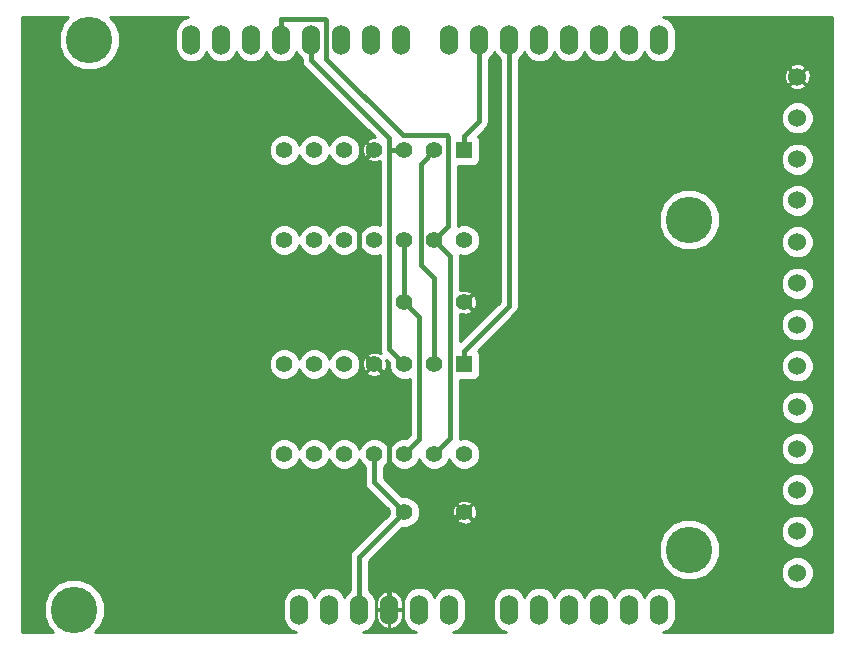
<source format=gbl>
G04 (created by PCBNEW-RS274X (2011-aug-04)-testing) date Mon 24 Sep 2012 03:04:33 PM PDT*
G01*
G70*
G90*
%MOIN*%
G04 Gerber Fmt 3.4, Leading zero omitted, Abs format*
%FSLAX34Y34*%
G04 APERTURE LIST*
%ADD10C,0.006000*%
%ADD11R,0.055000X0.055000*%
%ADD12C,0.055000*%
%ADD13C,0.060000*%
%ADD14O,0.060000X0.100000*%
%ADD15C,0.155000*%
%ADD16C,0.015000*%
%ADD17C,0.010000*%
G04 APERTURE END LIST*
G54D10*
G54D11*
X25000Y-20820D03*
G54D12*
X24000Y-20820D03*
X23000Y-20820D03*
X22000Y-20820D03*
X21000Y-20820D03*
X20000Y-20820D03*
X19000Y-20820D03*
X19000Y-23820D03*
X20000Y-23820D03*
X21000Y-23820D03*
X22000Y-23820D03*
X23000Y-23820D03*
X24000Y-23820D03*
X25000Y-23820D03*
G54D11*
X25000Y-13680D03*
G54D12*
X24000Y-13680D03*
X23000Y-13680D03*
X22000Y-13680D03*
X21000Y-13680D03*
X20000Y-13680D03*
X19000Y-13680D03*
X19000Y-16680D03*
X20000Y-16680D03*
X21000Y-16680D03*
X22000Y-16680D03*
X23000Y-16680D03*
X24000Y-16680D03*
X25000Y-16680D03*
G54D13*
X36101Y-27769D03*
X36100Y-26392D03*
X36099Y-25011D03*
X36100Y-23634D03*
X36100Y-22256D03*
X36100Y-20880D03*
X36100Y-19501D03*
X36099Y-18123D03*
X36099Y-16745D03*
X36099Y-15365D03*
X36098Y-12611D03*
X36099Y-13989D03*
X36099Y-11233D03*
G54D12*
X23000Y-25750D03*
X25000Y-25750D03*
X23000Y-18750D03*
X25000Y-18750D03*
G54D14*
X31500Y-29000D03*
X30500Y-29000D03*
X29500Y-29000D03*
X26500Y-29000D03*
X27500Y-29000D03*
X28500Y-29000D03*
X24500Y-29000D03*
X23500Y-29000D03*
X22500Y-29000D03*
X20500Y-29000D03*
X19500Y-29000D03*
X31500Y-10000D03*
X30500Y-10000D03*
X29500Y-10000D03*
X28500Y-10000D03*
X27500Y-10000D03*
X26500Y-10000D03*
X25500Y-10000D03*
X24500Y-10000D03*
X22900Y-10000D03*
X21900Y-10000D03*
X20900Y-10000D03*
X19900Y-10000D03*
X18900Y-10000D03*
X17900Y-10000D03*
X16900Y-10000D03*
X15900Y-10000D03*
X21500Y-29000D03*
G54D15*
X32500Y-27000D03*
X32500Y-16000D03*
X12500Y-10000D03*
X12000Y-29000D03*
G54D16*
X23000Y-16680D02*
X23000Y-18750D01*
X23500Y-23320D02*
X23000Y-23820D01*
X23500Y-19250D02*
X23500Y-23320D01*
X23000Y-18750D02*
X23500Y-19250D01*
X21500Y-27250D02*
X23000Y-25750D01*
X21500Y-29000D02*
X21500Y-27250D01*
X22000Y-24750D02*
X23000Y-25750D01*
X22000Y-23820D02*
X22000Y-24750D01*
X26500Y-18867D02*
X25000Y-20367D01*
X26500Y-10000D02*
X26500Y-18867D01*
X25000Y-20820D02*
X25000Y-20367D01*
X25500Y-12727D02*
X25000Y-13227D01*
X25500Y-10000D02*
X25500Y-12727D01*
X25000Y-13680D02*
X25000Y-13227D01*
X24535Y-17215D02*
X24000Y-16680D01*
X24535Y-23285D02*
X24535Y-17215D01*
X24000Y-23820D02*
X24535Y-23285D01*
X24454Y-16226D02*
X24000Y-16680D01*
X24454Y-13239D02*
X24454Y-16226D01*
X24411Y-13196D02*
X24454Y-13239D01*
X22960Y-13196D02*
X24411Y-13196D01*
X20400Y-10636D02*
X22960Y-13196D01*
X20400Y-09363D02*
X20400Y-10636D01*
X20359Y-09322D02*
X20400Y-09363D01*
X18900Y-09322D02*
X20359Y-09322D01*
X18900Y-10000D02*
X18900Y-09322D01*
X19900Y-10000D02*
X19900Y-10678D01*
X22500Y-13680D02*
X23000Y-13680D01*
X22500Y-13278D02*
X22500Y-13680D01*
X19900Y-10678D02*
X22500Y-13278D01*
X22500Y-20320D02*
X23000Y-20820D01*
X22500Y-13680D02*
X22500Y-20320D01*
X23544Y-14136D02*
X24000Y-13680D01*
X23544Y-17504D02*
X23544Y-14136D01*
X24000Y-17960D02*
X23544Y-17504D01*
X24000Y-20820D02*
X24000Y-17960D01*
X24837Y-25913D02*
X24147Y-25913D01*
X25000Y-25750D02*
X24837Y-25913D01*
X22500Y-27560D02*
X24147Y-25913D01*
X22500Y-29000D02*
X22500Y-27560D01*
X22500Y-21320D02*
X22000Y-20820D01*
X22500Y-24266D02*
X22500Y-21320D01*
X24147Y-25913D02*
X22500Y-24266D01*
X21500Y-14180D02*
X22000Y-13680D01*
X21500Y-20320D02*
X21500Y-14180D01*
X22000Y-20820D02*
X21500Y-20320D01*
G54D10*
G36*
X23175Y-23185D02*
X23065Y-23295D01*
X22896Y-23295D01*
X22703Y-23375D01*
X22555Y-23522D01*
X22499Y-23655D01*
X22445Y-23523D01*
X22298Y-23375D01*
X22270Y-23363D01*
X22270Y-21097D01*
X22000Y-20827D01*
X21993Y-20834D01*
X21993Y-20820D01*
X21723Y-20550D01*
X21654Y-20575D01*
X21586Y-20726D01*
X21582Y-20891D01*
X21641Y-21046D01*
X21654Y-21065D01*
X21723Y-21090D01*
X21993Y-20820D01*
X21993Y-20834D01*
X21730Y-21097D01*
X21755Y-21166D01*
X21906Y-21234D01*
X22071Y-21238D01*
X22226Y-21179D01*
X22245Y-21166D01*
X22270Y-21097D01*
X22270Y-23363D01*
X22105Y-23295D01*
X21896Y-23295D01*
X21703Y-23375D01*
X21555Y-23522D01*
X21525Y-23593D01*
X21525Y-20925D01*
X21525Y-20716D01*
X21445Y-20523D01*
X21298Y-20375D01*
X21105Y-20295D01*
X20896Y-20295D01*
X20703Y-20375D01*
X20555Y-20522D01*
X20499Y-20655D01*
X20445Y-20523D01*
X20298Y-20375D01*
X20105Y-20295D01*
X19896Y-20295D01*
X19703Y-20375D01*
X19555Y-20522D01*
X19499Y-20655D01*
X19445Y-20523D01*
X19298Y-20375D01*
X19105Y-20295D01*
X18896Y-20295D01*
X18703Y-20375D01*
X18555Y-20522D01*
X18475Y-20715D01*
X18475Y-20924D01*
X18555Y-21117D01*
X18702Y-21265D01*
X18895Y-21345D01*
X19104Y-21345D01*
X19297Y-21265D01*
X19445Y-21118D01*
X19500Y-20984D01*
X19555Y-21117D01*
X19702Y-21265D01*
X19895Y-21345D01*
X20104Y-21345D01*
X20297Y-21265D01*
X20445Y-21118D01*
X20500Y-20984D01*
X20555Y-21117D01*
X20702Y-21265D01*
X20895Y-21345D01*
X21104Y-21345D01*
X21297Y-21265D01*
X21445Y-21118D01*
X21525Y-20925D01*
X21525Y-23593D01*
X21499Y-23655D01*
X21445Y-23523D01*
X21298Y-23375D01*
X21105Y-23295D01*
X20896Y-23295D01*
X20703Y-23375D01*
X20555Y-23522D01*
X20499Y-23655D01*
X20445Y-23523D01*
X20298Y-23375D01*
X20105Y-23295D01*
X19896Y-23295D01*
X19703Y-23375D01*
X19555Y-23522D01*
X19499Y-23655D01*
X19445Y-23523D01*
X19298Y-23375D01*
X19105Y-23295D01*
X18896Y-23295D01*
X18703Y-23375D01*
X18555Y-23522D01*
X18475Y-23715D01*
X18475Y-23924D01*
X18555Y-24117D01*
X18702Y-24265D01*
X18895Y-24345D01*
X19104Y-24345D01*
X19297Y-24265D01*
X19445Y-24118D01*
X19500Y-23984D01*
X19555Y-24117D01*
X19702Y-24265D01*
X19895Y-24345D01*
X20104Y-24345D01*
X20297Y-24265D01*
X20445Y-24118D01*
X20500Y-23984D01*
X20555Y-24117D01*
X20702Y-24265D01*
X20895Y-24345D01*
X21104Y-24345D01*
X21297Y-24265D01*
X21445Y-24118D01*
X21500Y-23984D01*
X21555Y-24117D01*
X21675Y-24237D01*
X21675Y-24750D01*
X21700Y-24874D01*
X21770Y-24980D01*
X22475Y-25685D01*
X22475Y-25815D01*
X21270Y-27020D01*
X21200Y-27126D01*
X21175Y-27250D01*
X21175Y-28347D01*
X21043Y-28480D01*
X21000Y-28582D01*
X20958Y-28480D01*
X20806Y-28329D01*
X20608Y-28246D01*
X20393Y-28246D01*
X20194Y-28328D01*
X20043Y-28480D01*
X20000Y-28582D01*
X19958Y-28480D01*
X19806Y-28329D01*
X19608Y-28246D01*
X19393Y-28246D01*
X19194Y-28328D01*
X19043Y-28480D01*
X18960Y-28678D01*
X18960Y-28893D01*
X18960Y-29321D01*
X19042Y-29520D01*
X19194Y-29671D01*
X19382Y-29750D01*
X12699Y-29750D01*
X12868Y-29581D01*
X13025Y-29205D01*
X13025Y-28797D01*
X12869Y-28420D01*
X12581Y-28132D01*
X12205Y-27975D01*
X11797Y-27975D01*
X11420Y-28131D01*
X11132Y-28419D01*
X10975Y-28795D01*
X10975Y-29203D01*
X11131Y-29580D01*
X11301Y-29750D01*
X10250Y-29750D01*
X10250Y-09250D01*
X11801Y-09250D01*
X11632Y-09419D01*
X11475Y-09795D01*
X11475Y-10203D01*
X11631Y-10580D01*
X11919Y-10868D01*
X12295Y-11025D01*
X12703Y-11025D01*
X13080Y-10869D01*
X13368Y-10581D01*
X13525Y-10205D01*
X13525Y-09797D01*
X13369Y-09420D01*
X13199Y-09250D01*
X15783Y-09250D01*
X15594Y-09328D01*
X15443Y-09480D01*
X15360Y-09678D01*
X15360Y-09893D01*
X15360Y-10321D01*
X15442Y-10520D01*
X15594Y-10671D01*
X15792Y-10754D01*
X16007Y-10754D01*
X16206Y-10672D01*
X16357Y-10520D01*
X16399Y-10417D01*
X16442Y-10520D01*
X16594Y-10671D01*
X16792Y-10754D01*
X17007Y-10754D01*
X17206Y-10672D01*
X17357Y-10520D01*
X17399Y-10417D01*
X17442Y-10520D01*
X17594Y-10671D01*
X17792Y-10754D01*
X18007Y-10754D01*
X18206Y-10672D01*
X18357Y-10520D01*
X18399Y-10417D01*
X18442Y-10520D01*
X18594Y-10671D01*
X18792Y-10754D01*
X19007Y-10754D01*
X19206Y-10672D01*
X19357Y-10520D01*
X19399Y-10417D01*
X19442Y-10520D01*
X19575Y-10652D01*
X19575Y-10678D01*
X19600Y-10802D01*
X19670Y-10908D01*
X22027Y-13264D01*
X21929Y-13262D01*
X21774Y-13321D01*
X21755Y-13334D01*
X21730Y-13403D01*
X21965Y-13638D01*
X22000Y-13673D01*
X22007Y-13680D01*
X22000Y-13687D01*
X21993Y-13694D01*
X21993Y-13680D01*
X21723Y-13410D01*
X21654Y-13435D01*
X21586Y-13586D01*
X21582Y-13751D01*
X21641Y-13906D01*
X21654Y-13925D01*
X21723Y-13950D01*
X21993Y-13680D01*
X21993Y-13694D01*
X21965Y-13722D01*
X21730Y-13957D01*
X21755Y-14026D01*
X21906Y-14094D01*
X22071Y-14098D01*
X22175Y-14058D01*
X22175Y-16184D01*
X22105Y-16155D01*
X21896Y-16155D01*
X21703Y-16235D01*
X21555Y-16382D01*
X21525Y-16453D01*
X21525Y-13785D01*
X21525Y-13576D01*
X21445Y-13383D01*
X21298Y-13235D01*
X21105Y-13155D01*
X20896Y-13155D01*
X20703Y-13235D01*
X20555Y-13382D01*
X20499Y-13515D01*
X20445Y-13383D01*
X20298Y-13235D01*
X20105Y-13155D01*
X19896Y-13155D01*
X19703Y-13235D01*
X19555Y-13382D01*
X19499Y-13515D01*
X19445Y-13383D01*
X19298Y-13235D01*
X19105Y-13155D01*
X18896Y-13155D01*
X18703Y-13235D01*
X18555Y-13382D01*
X18475Y-13575D01*
X18475Y-13784D01*
X18555Y-13977D01*
X18702Y-14125D01*
X18895Y-14205D01*
X19104Y-14205D01*
X19297Y-14125D01*
X19445Y-13978D01*
X19500Y-13844D01*
X19555Y-13977D01*
X19702Y-14125D01*
X19895Y-14205D01*
X20104Y-14205D01*
X20297Y-14125D01*
X20445Y-13978D01*
X20500Y-13844D01*
X20555Y-13977D01*
X20702Y-14125D01*
X20895Y-14205D01*
X21104Y-14205D01*
X21297Y-14125D01*
X21445Y-13978D01*
X21525Y-13785D01*
X21525Y-16453D01*
X21499Y-16515D01*
X21445Y-16383D01*
X21298Y-16235D01*
X21105Y-16155D01*
X20896Y-16155D01*
X20703Y-16235D01*
X20555Y-16382D01*
X20499Y-16515D01*
X20445Y-16383D01*
X20298Y-16235D01*
X20105Y-16155D01*
X19896Y-16155D01*
X19703Y-16235D01*
X19555Y-16382D01*
X19499Y-16515D01*
X19445Y-16383D01*
X19298Y-16235D01*
X19105Y-16155D01*
X18896Y-16155D01*
X18703Y-16235D01*
X18555Y-16382D01*
X18475Y-16575D01*
X18475Y-16784D01*
X18555Y-16977D01*
X18702Y-17125D01*
X18895Y-17205D01*
X19104Y-17205D01*
X19297Y-17125D01*
X19445Y-16978D01*
X19500Y-16844D01*
X19555Y-16977D01*
X19702Y-17125D01*
X19895Y-17205D01*
X20104Y-17205D01*
X20297Y-17125D01*
X20445Y-16978D01*
X20500Y-16844D01*
X20555Y-16977D01*
X20702Y-17125D01*
X20895Y-17205D01*
X21104Y-17205D01*
X21297Y-17125D01*
X21445Y-16978D01*
X21500Y-16844D01*
X21555Y-16977D01*
X21702Y-17125D01*
X21895Y-17205D01*
X22104Y-17205D01*
X22175Y-17175D01*
X22175Y-20320D01*
X22200Y-20444D01*
X22209Y-20457D01*
X22094Y-20406D01*
X21929Y-20402D01*
X21774Y-20461D01*
X21755Y-20474D01*
X21730Y-20543D01*
X21965Y-20778D01*
X22000Y-20813D01*
X22007Y-20820D01*
X22042Y-20855D01*
X22277Y-21090D01*
X22346Y-21065D01*
X22414Y-20914D01*
X22418Y-20749D01*
X22386Y-20666D01*
X22475Y-20755D01*
X22475Y-20924D01*
X22555Y-21117D01*
X22702Y-21265D01*
X22895Y-21345D01*
X23104Y-21345D01*
X23175Y-21315D01*
X23175Y-23185D01*
X23175Y-23185D01*
G37*
G54D17*
X23175Y-23185D02*
X23065Y-23295D01*
X22896Y-23295D01*
X22703Y-23375D01*
X22555Y-23522D01*
X22499Y-23655D01*
X22445Y-23523D01*
X22298Y-23375D01*
X22270Y-23363D01*
X22270Y-21097D01*
X22000Y-20827D01*
X21993Y-20834D01*
X21993Y-20820D01*
X21723Y-20550D01*
X21654Y-20575D01*
X21586Y-20726D01*
X21582Y-20891D01*
X21641Y-21046D01*
X21654Y-21065D01*
X21723Y-21090D01*
X21993Y-20820D01*
X21993Y-20834D01*
X21730Y-21097D01*
X21755Y-21166D01*
X21906Y-21234D01*
X22071Y-21238D01*
X22226Y-21179D01*
X22245Y-21166D01*
X22270Y-21097D01*
X22270Y-23363D01*
X22105Y-23295D01*
X21896Y-23295D01*
X21703Y-23375D01*
X21555Y-23522D01*
X21525Y-23593D01*
X21525Y-20925D01*
X21525Y-20716D01*
X21445Y-20523D01*
X21298Y-20375D01*
X21105Y-20295D01*
X20896Y-20295D01*
X20703Y-20375D01*
X20555Y-20522D01*
X20499Y-20655D01*
X20445Y-20523D01*
X20298Y-20375D01*
X20105Y-20295D01*
X19896Y-20295D01*
X19703Y-20375D01*
X19555Y-20522D01*
X19499Y-20655D01*
X19445Y-20523D01*
X19298Y-20375D01*
X19105Y-20295D01*
X18896Y-20295D01*
X18703Y-20375D01*
X18555Y-20522D01*
X18475Y-20715D01*
X18475Y-20924D01*
X18555Y-21117D01*
X18702Y-21265D01*
X18895Y-21345D01*
X19104Y-21345D01*
X19297Y-21265D01*
X19445Y-21118D01*
X19500Y-20984D01*
X19555Y-21117D01*
X19702Y-21265D01*
X19895Y-21345D01*
X20104Y-21345D01*
X20297Y-21265D01*
X20445Y-21118D01*
X20500Y-20984D01*
X20555Y-21117D01*
X20702Y-21265D01*
X20895Y-21345D01*
X21104Y-21345D01*
X21297Y-21265D01*
X21445Y-21118D01*
X21525Y-20925D01*
X21525Y-23593D01*
X21499Y-23655D01*
X21445Y-23523D01*
X21298Y-23375D01*
X21105Y-23295D01*
X20896Y-23295D01*
X20703Y-23375D01*
X20555Y-23522D01*
X20499Y-23655D01*
X20445Y-23523D01*
X20298Y-23375D01*
X20105Y-23295D01*
X19896Y-23295D01*
X19703Y-23375D01*
X19555Y-23522D01*
X19499Y-23655D01*
X19445Y-23523D01*
X19298Y-23375D01*
X19105Y-23295D01*
X18896Y-23295D01*
X18703Y-23375D01*
X18555Y-23522D01*
X18475Y-23715D01*
X18475Y-23924D01*
X18555Y-24117D01*
X18702Y-24265D01*
X18895Y-24345D01*
X19104Y-24345D01*
X19297Y-24265D01*
X19445Y-24118D01*
X19500Y-23984D01*
X19555Y-24117D01*
X19702Y-24265D01*
X19895Y-24345D01*
X20104Y-24345D01*
X20297Y-24265D01*
X20445Y-24118D01*
X20500Y-23984D01*
X20555Y-24117D01*
X20702Y-24265D01*
X20895Y-24345D01*
X21104Y-24345D01*
X21297Y-24265D01*
X21445Y-24118D01*
X21500Y-23984D01*
X21555Y-24117D01*
X21675Y-24237D01*
X21675Y-24750D01*
X21700Y-24874D01*
X21770Y-24980D01*
X22475Y-25685D01*
X22475Y-25815D01*
X21270Y-27020D01*
X21200Y-27126D01*
X21175Y-27250D01*
X21175Y-28347D01*
X21043Y-28480D01*
X21000Y-28582D01*
X20958Y-28480D01*
X20806Y-28329D01*
X20608Y-28246D01*
X20393Y-28246D01*
X20194Y-28328D01*
X20043Y-28480D01*
X20000Y-28582D01*
X19958Y-28480D01*
X19806Y-28329D01*
X19608Y-28246D01*
X19393Y-28246D01*
X19194Y-28328D01*
X19043Y-28480D01*
X18960Y-28678D01*
X18960Y-28893D01*
X18960Y-29321D01*
X19042Y-29520D01*
X19194Y-29671D01*
X19382Y-29750D01*
X12699Y-29750D01*
X12868Y-29581D01*
X13025Y-29205D01*
X13025Y-28797D01*
X12869Y-28420D01*
X12581Y-28132D01*
X12205Y-27975D01*
X11797Y-27975D01*
X11420Y-28131D01*
X11132Y-28419D01*
X10975Y-28795D01*
X10975Y-29203D01*
X11131Y-29580D01*
X11301Y-29750D01*
X10250Y-29750D01*
X10250Y-09250D01*
X11801Y-09250D01*
X11632Y-09419D01*
X11475Y-09795D01*
X11475Y-10203D01*
X11631Y-10580D01*
X11919Y-10868D01*
X12295Y-11025D01*
X12703Y-11025D01*
X13080Y-10869D01*
X13368Y-10581D01*
X13525Y-10205D01*
X13525Y-09797D01*
X13369Y-09420D01*
X13199Y-09250D01*
X15783Y-09250D01*
X15594Y-09328D01*
X15443Y-09480D01*
X15360Y-09678D01*
X15360Y-09893D01*
X15360Y-10321D01*
X15442Y-10520D01*
X15594Y-10671D01*
X15792Y-10754D01*
X16007Y-10754D01*
X16206Y-10672D01*
X16357Y-10520D01*
X16399Y-10417D01*
X16442Y-10520D01*
X16594Y-10671D01*
X16792Y-10754D01*
X17007Y-10754D01*
X17206Y-10672D01*
X17357Y-10520D01*
X17399Y-10417D01*
X17442Y-10520D01*
X17594Y-10671D01*
X17792Y-10754D01*
X18007Y-10754D01*
X18206Y-10672D01*
X18357Y-10520D01*
X18399Y-10417D01*
X18442Y-10520D01*
X18594Y-10671D01*
X18792Y-10754D01*
X19007Y-10754D01*
X19206Y-10672D01*
X19357Y-10520D01*
X19399Y-10417D01*
X19442Y-10520D01*
X19575Y-10652D01*
X19575Y-10678D01*
X19600Y-10802D01*
X19670Y-10908D01*
X22027Y-13264D01*
X21929Y-13262D01*
X21774Y-13321D01*
X21755Y-13334D01*
X21730Y-13403D01*
X21965Y-13638D01*
X22000Y-13673D01*
X22007Y-13680D01*
X22000Y-13687D01*
X21993Y-13694D01*
X21993Y-13680D01*
X21723Y-13410D01*
X21654Y-13435D01*
X21586Y-13586D01*
X21582Y-13751D01*
X21641Y-13906D01*
X21654Y-13925D01*
X21723Y-13950D01*
X21993Y-13680D01*
X21993Y-13694D01*
X21965Y-13722D01*
X21730Y-13957D01*
X21755Y-14026D01*
X21906Y-14094D01*
X22071Y-14098D01*
X22175Y-14058D01*
X22175Y-16184D01*
X22105Y-16155D01*
X21896Y-16155D01*
X21703Y-16235D01*
X21555Y-16382D01*
X21525Y-16453D01*
X21525Y-13785D01*
X21525Y-13576D01*
X21445Y-13383D01*
X21298Y-13235D01*
X21105Y-13155D01*
X20896Y-13155D01*
X20703Y-13235D01*
X20555Y-13382D01*
X20499Y-13515D01*
X20445Y-13383D01*
X20298Y-13235D01*
X20105Y-13155D01*
X19896Y-13155D01*
X19703Y-13235D01*
X19555Y-13382D01*
X19499Y-13515D01*
X19445Y-13383D01*
X19298Y-13235D01*
X19105Y-13155D01*
X18896Y-13155D01*
X18703Y-13235D01*
X18555Y-13382D01*
X18475Y-13575D01*
X18475Y-13784D01*
X18555Y-13977D01*
X18702Y-14125D01*
X18895Y-14205D01*
X19104Y-14205D01*
X19297Y-14125D01*
X19445Y-13978D01*
X19500Y-13844D01*
X19555Y-13977D01*
X19702Y-14125D01*
X19895Y-14205D01*
X20104Y-14205D01*
X20297Y-14125D01*
X20445Y-13978D01*
X20500Y-13844D01*
X20555Y-13977D01*
X20702Y-14125D01*
X20895Y-14205D01*
X21104Y-14205D01*
X21297Y-14125D01*
X21445Y-13978D01*
X21525Y-13785D01*
X21525Y-16453D01*
X21499Y-16515D01*
X21445Y-16383D01*
X21298Y-16235D01*
X21105Y-16155D01*
X20896Y-16155D01*
X20703Y-16235D01*
X20555Y-16382D01*
X20499Y-16515D01*
X20445Y-16383D01*
X20298Y-16235D01*
X20105Y-16155D01*
X19896Y-16155D01*
X19703Y-16235D01*
X19555Y-16382D01*
X19499Y-16515D01*
X19445Y-16383D01*
X19298Y-16235D01*
X19105Y-16155D01*
X18896Y-16155D01*
X18703Y-16235D01*
X18555Y-16382D01*
X18475Y-16575D01*
X18475Y-16784D01*
X18555Y-16977D01*
X18702Y-17125D01*
X18895Y-17205D01*
X19104Y-17205D01*
X19297Y-17125D01*
X19445Y-16978D01*
X19500Y-16844D01*
X19555Y-16977D01*
X19702Y-17125D01*
X19895Y-17205D01*
X20104Y-17205D01*
X20297Y-17125D01*
X20445Y-16978D01*
X20500Y-16844D01*
X20555Y-16977D01*
X20702Y-17125D01*
X20895Y-17205D01*
X21104Y-17205D01*
X21297Y-17125D01*
X21445Y-16978D01*
X21500Y-16844D01*
X21555Y-16977D01*
X21702Y-17125D01*
X21895Y-17205D01*
X22104Y-17205D01*
X22175Y-17175D01*
X22175Y-20320D01*
X22200Y-20444D01*
X22209Y-20457D01*
X22094Y-20406D01*
X21929Y-20402D01*
X21774Y-20461D01*
X21755Y-20474D01*
X21730Y-20543D01*
X21965Y-20778D01*
X22000Y-20813D01*
X22007Y-20820D01*
X22042Y-20855D01*
X22277Y-21090D01*
X22346Y-21065D01*
X22414Y-20914D01*
X22418Y-20749D01*
X22386Y-20666D01*
X22475Y-20755D01*
X22475Y-20924D01*
X22555Y-21117D01*
X22702Y-21265D01*
X22895Y-21345D01*
X23104Y-21345D01*
X23175Y-21315D01*
X23175Y-23185D01*
G54D10*
G36*
X26175Y-18732D02*
X25418Y-19489D01*
X25418Y-18679D01*
X25359Y-18524D01*
X25346Y-18505D01*
X25277Y-18480D01*
X25007Y-18750D01*
X25277Y-19020D01*
X25346Y-18995D01*
X25414Y-18844D01*
X25418Y-18679D01*
X25418Y-19489D01*
X24860Y-20047D01*
X24860Y-19143D01*
X24906Y-19164D01*
X25071Y-19168D01*
X25226Y-19109D01*
X25245Y-19096D01*
X25270Y-19027D01*
X25035Y-18792D01*
X25000Y-18757D01*
X24993Y-18750D01*
X25000Y-18743D01*
X25035Y-18708D01*
X25270Y-18473D01*
X25245Y-18404D01*
X25094Y-18336D01*
X24929Y-18332D01*
X24860Y-18358D01*
X24860Y-17215D01*
X24854Y-17188D01*
X24895Y-17205D01*
X25104Y-17205D01*
X25297Y-17125D01*
X25445Y-16978D01*
X25525Y-16785D01*
X25525Y-16576D01*
X25445Y-16383D01*
X25298Y-16235D01*
X25105Y-16155D01*
X24896Y-16155D01*
X24779Y-16203D01*
X24779Y-14204D01*
X25324Y-14204D01*
X25416Y-14166D01*
X25486Y-14096D01*
X25524Y-14005D01*
X25524Y-13906D01*
X25524Y-13356D01*
X25486Y-13264D01*
X25454Y-13232D01*
X25730Y-12957D01*
X25800Y-12852D01*
X25800Y-12851D01*
X25825Y-12727D01*
X25825Y-10652D01*
X25957Y-10520D01*
X25999Y-10417D01*
X26042Y-10520D01*
X26175Y-10652D01*
X26175Y-18732D01*
X26175Y-18732D01*
G37*
G54D17*
X26175Y-18732D02*
X25418Y-19489D01*
X25418Y-18679D01*
X25359Y-18524D01*
X25346Y-18505D01*
X25277Y-18480D01*
X25007Y-18750D01*
X25277Y-19020D01*
X25346Y-18995D01*
X25414Y-18844D01*
X25418Y-18679D01*
X25418Y-19489D01*
X24860Y-20047D01*
X24860Y-19143D01*
X24906Y-19164D01*
X25071Y-19168D01*
X25226Y-19109D01*
X25245Y-19096D01*
X25270Y-19027D01*
X25035Y-18792D01*
X25000Y-18757D01*
X24993Y-18750D01*
X25000Y-18743D01*
X25035Y-18708D01*
X25270Y-18473D01*
X25245Y-18404D01*
X25094Y-18336D01*
X24929Y-18332D01*
X24860Y-18358D01*
X24860Y-17215D01*
X24854Y-17188D01*
X24895Y-17205D01*
X25104Y-17205D01*
X25297Y-17125D01*
X25445Y-16978D01*
X25525Y-16785D01*
X25525Y-16576D01*
X25445Y-16383D01*
X25298Y-16235D01*
X25105Y-16155D01*
X24896Y-16155D01*
X24779Y-16203D01*
X24779Y-14204D01*
X25324Y-14204D01*
X25416Y-14166D01*
X25486Y-14096D01*
X25524Y-14005D01*
X25524Y-13906D01*
X25524Y-13356D01*
X25486Y-13264D01*
X25454Y-13232D01*
X25730Y-12957D01*
X25800Y-12852D01*
X25800Y-12851D01*
X25825Y-12727D01*
X25825Y-10652D01*
X25957Y-10520D01*
X25999Y-10417D01*
X26042Y-10520D01*
X26175Y-10652D01*
X26175Y-18732D01*
G54D10*
G36*
X37250Y-29750D02*
X36650Y-29750D01*
X36650Y-27878D01*
X36650Y-27660D01*
X36649Y-27657D01*
X36649Y-26501D01*
X36649Y-26283D01*
X36649Y-23743D01*
X36649Y-23525D01*
X36649Y-22365D01*
X36649Y-22147D01*
X36649Y-20989D01*
X36649Y-20771D01*
X36649Y-19610D01*
X36649Y-19392D01*
X36648Y-19389D01*
X36648Y-18232D01*
X36648Y-18014D01*
X36648Y-16854D01*
X36648Y-16636D01*
X36648Y-15474D01*
X36648Y-15256D01*
X36648Y-14098D01*
X36648Y-13880D01*
X36647Y-13877D01*
X36647Y-12720D01*
X36647Y-12502D01*
X36563Y-12300D01*
X36543Y-12280D01*
X36543Y-11158D01*
X36481Y-10994D01*
X36465Y-10973D01*
X36394Y-10945D01*
X36387Y-10952D01*
X36387Y-10938D01*
X36359Y-10867D01*
X36199Y-10795D01*
X36024Y-10789D01*
X35860Y-10851D01*
X35839Y-10867D01*
X35811Y-10938D01*
X36099Y-11226D01*
X36387Y-10938D01*
X36387Y-10952D01*
X36106Y-11233D01*
X36394Y-11521D01*
X36465Y-11493D01*
X36537Y-11333D01*
X36543Y-11158D01*
X36543Y-12280D01*
X36409Y-12146D01*
X36387Y-12136D01*
X36387Y-11528D01*
X36099Y-11240D01*
X36092Y-11247D01*
X36092Y-11233D01*
X35804Y-10945D01*
X35733Y-10973D01*
X35661Y-11133D01*
X35655Y-11308D01*
X35717Y-11472D01*
X35733Y-11493D01*
X35804Y-11521D01*
X36092Y-11233D01*
X36092Y-11247D01*
X35811Y-11528D01*
X35839Y-11599D01*
X35999Y-11671D01*
X36174Y-11677D01*
X36338Y-11615D01*
X36359Y-11599D01*
X36387Y-11528D01*
X36387Y-12136D01*
X36207Y-12062D01*
X35989Y-12062D01*
X35787Y-12146D01*
X35633Y-12300D01*
X35549Y-12502D01*
X35549Y-12720D01*
X35633Y-12922D01*
X35787Y-13076D01*
X35989Y-13160D01*
X36207Y-13160D01*
X36409Y-13076D01*
X36563Y-12922D01*
X36647Y-12720D01*
X36647Y-13877D01*
X36564Y-13678D01*
X36410Y-13524D01*
X36208Y-13440D01*
X35990Y-13440D01*
X35788Y-13524D01*
X35634Y-13678D01*
X35550Y-13880D01*
X35550Y-14098D01*
X35634Y-14300D01*
X35788Y-14454D01*
X35990Y-14538D01*
X36208Y-14538D01*
X36410Y-14454D01*
X36564Y-14300D01*
X36648Y-14098D01*
X36648Y-15256D01*
X36564Y-15054D01*
X36410Y-14900D01*
X36208Y-14816D01*
X35990Y-14816D01*
X35788Y-14900D01*
X35634Y-15054D01*
X35550Y-15256D01*
X35550Y-15474D01*
X35634Y-15676D01*
X35788Y-15830D01*
X35990Y-15914D01*
X36208Y-15914D01*
X36410Y-15830D01*
X36564Y-15676D01*
X36648Y-15474D01*
X36648Y-16636D01*
X36564Y-16434D01*
X36410Y-16280D01*
X36208Y-16196D01*
X35990Y-16196D01*
X35788Y-16280D01*
X35634Y-16434D01*
X35550Y-16636D01*
X35550Y-16854D01*
X35634Y-17056D01*
X35788Y-17210D01*
X35990Y-17294D01*
X36208Y-17294D01*
X36410Y-17210D01*
X36564Y-17056D01*
X36648Y-16854D01*
X36648Y-18014D01*
X36564Y-17812D01*
X36410Y-17658D01*
X36208Y-17574D01*
X35990Y-17574D01*
X35788Y-17658D01*
X35634Y-17812D01*
X35550Y-18014D01*
X35550Y-18232D01*
X35634Y-18434D01*
X35788Y-18588D01*
X35990Y-18672D01*
X36208Y-18672D01*
X36410Y-18588D01*
X36564Y-18434D01*
X36648Y-18232D01*
X36648Y-19389D01*
X36565Y-19190D01*
X36411Y-19036D01*
X36209Y-18952D01*
X35991Y-18952D01*
X35789Y-19036D01*
X35635Y-19190D01*
X35551Y-19392D01*
X35551Y-19610D01*
X35635Y-19812D01*
X35789Y-19966D01*
X35991Y-20050D01*
X36209Y-20050D01*
X36411Y-19966D01*
X36565Y-19812D01*
X36649Y-19610D01*
X36649Y-20771D01*
X36565Y-20569D01*
X36411Y-20415D01*
X36209Y-20331D01*
X35991Y-20331D01*
X35789Y-20415D01*
X35635Y-20569D01*
X35551Y-20771D01*
X35551Y-20989D01*
X35635Y-21191D01*
X35789Y-21345D01*
X35991Y-21429D01*
X36209Y-21429D01*
X36411Y-21345D01*
X36565Y-21191D01*
X36649Y-20989D01*
X36649Y-22147D01*
X36565Y-21945D01*
X36411Y-21791D01*
X36209Y-21707D01*
X35991Y-21707D01*
X35789Y-21791D01*
X35635Y-21945D01*
X35551Y-22147D01*
X35551Y-22365D01*
X35635Y-22567D01*
X35789Y-22721D01*
X35991Y-22805D01*
X36209Y-22805D01*
X36411Y-22721D01*
X36565Y-22567D01*
X36649Y-22365D01*
X36649Y-23525D01*
X36565Y-23323D01*
X36411Y-23169D01*
X36209Y-23085D01*
X35991Y-23085D01*
X35789Y-23169D01*
X35635Y-23323D01*
X35551Y-23525D01*
X35551Y-23743D01*
X35635Y-23945D01*
X35789Y-24099D01*
X35991Y-24183D01*
X36209Y-24183D01*
X36411Y-24099D01*
X36565Y-23945D01*
X36649Y-23743D01*
X36649Y-26283D01*
X36648Y-26280D01*
X36648Y-25120D01*
X36648Y-24902D01*
X36564Y-24700D01*
X36410Y-24546D01*
X36208Y-24462D01*
X35990Y-24462D01*
X35788Y-24546D01*
X35634Y-24700D01*
X35550Y-24902D01*
X35550Y-25120D01*
X35634Y-25322D01*
X35788Y-25476D01*
X35990Y-25560D01*
X36208Y-25560D01*
X36410Y-25476D01*
X36564Y-25322D01*
X36648Y-25120D01*
X36648Y-26280D01*
X36565Y-26081D01*
X36411Y-25927D01*
X36209Y-25843D01*
X35991Y-25843D01*
X35789Y-25927D01*
X35635Y-26081D01*
X35551Y-26283D01*
X35551Y-26501D01*
X35635Y-26703D01*
X35789Y-26857D01*
X35991Y-26941D01*
X36209Y-26941D01*
X36411Y-26857D01*
X36565Y-26703D01*
X36649Y-26501D01*
X36649Y-27657D01*
X36566Y-27458D01*
X36412Y-27304D01*
X36210Y-27220D01*
X35992Y-27220D01*
X35790Y-27304D01*
X35636Y-27458D01*
X35552Y-27660D01*
X35552Y-27878D01*
X35636Y-28080D01*
X35790Y-28234D01*
X35992Y-28318D01*
X36210Y-28318D01*
X36412Y-28234D01*
X36566Y-28080D01*
X36650Y-27878D01*
X36650Y-29750D01*
X33525Y-29750D01*
X33525Y-27205D01*
X33525Y-26797D01*
X33525Y-16205D01*
X33525Y-15797D01*
X33369Y-15420D01*
X33081Y-15132D01*
X32705Y-14975D01*
X32297Y-14975D01*
X31920Y-15131D01*
X31632Y-15419D01*
X31475Y-15795D01*
X31475Y-16203D01*
X31631Y-16580D01*
X31919Y-16868D01*
X32295Y-17025D01*
X32703Y-17025D01*
X33080Y-16869D01*
X33368Y-16581D01*
X33525Y-16205D01*
X33525Y-26797D01*
X33369Y-26420D01*
X33081Y-26132D01*
X32705Y-25975D01*
X32297Y-25975D01*
X31920Y-26131D01*
X31632Y-26419D01*
X31475Y-26795D01*
X31475Y-27203D01*
X31631Y-27580D01*
X31919Y-27868D01*
X32295Y-28025D01*
X32703Y-28025D01*
X33080Y-27869D01*
X33368Y-27581D01*
X33525Y-27205D01*
X33525Y-29750D01*
X31616Y-29750D01*
X31806Y-29672D01*
X31957Y-29520D01*
X32040Y-29322D01*
X32040Y-29107D01*
X32040Y-28679D01*
X31958Y-28480D01*
X31806Y-28329D01*
X31608Y-28246D01*
X31393Y-28246D01*
X31194Y-28328D01*
X31043Y-28480D01*
X31000Y-28582D01*
X30958Y-28480D01*
X30806Y-28329D01*
X30608Y-28246D01*
X30393Y-28246D01*
X30194Y-28328D01*
X30043Y-28480D01*
X30000Y-28582D01*
X29958Y-28480D01*
X29806Y-28329D01*
X29608Y-28246D01*
X29393Y-28246D01*
X29194Y-28328D01*
X29043Y-28480D01*
X29000Y-28582D01*
X28958Y-28480D01*
X28806Y-28329D01*
X28608Y-28246D01*
X28393Y-28246D01*
X28194Y-28328D01*
X28043Y-28480D01*
X28000Y-28582D01*
X27958Y-28480D01*
X27806Y-28329D01*
X27608Y-28246D01*
X27393Y-28246D01*
X27194Y-28328D01*
X27043Y-28480D01*
X27000Y-28582D01*
X26958Y-28480D01*
X26806Y-28329D01*
X26608Y-28246D01*
X26393Y-28246D01*
X26194Y-28328D01*
X26043Y-28480D01*
X25960Y-28678D01*
X25960Y-28893D01*
X25960Y-29321D01*
X26042Y-29520D01*
X26194Y-29671D01*
X26382Y-29750D01*
X25418Y-29750D01*
X25418Y-25679D01*
X25359Y-25524D01*
X25346Y-25505D01*
X25277Y-25480D01*
X25270Y-25487D01*
X25270Y-25473D01*
X25245Y-25404D01*
X25094Y-25336D01*
X24929Y-25332D01*
X24774Y-25391D01*
X24755Y-25404D01*
X24730Y-25473D01*
X25000Y-25743D01*
X25270Y-25473D01*
X25270Y-25487D01*
X25007Y-25750D01*
X25277Y-26020D01*
X25346Y-25995D01*
X25414Y-25844D01*
X25418Y-25679D01*
X25418Y-29750D01*
X25270Y-29750D01*
X25270Y-26027D01*
X25000Y-25757D01*
X24993Y-25764D01*
X24993Y-25750D01*
X24723Y-25480D01*
X24654Y-25505D01*
X24586Y-25656D01*
X24582Y-25821D01*
X24641Y-25976D01*
X24654Y-25995D01*
X24723Y-26020D01*
X24993Y-25750D01*
X24993Y-25764D01*
X24730Y-26027D01*
X24755Y-26096D01*
X24906Y-26164D01*
X25071Y-26168D01*
X25226Y-26109D01*
X25245Y-26096D01*
X25270Y-26027D01*
X25270Y-29750D01*
X24616Y-29750D01*
X24806Y-29672D01*
X24957Y-29520D01*
X25040Y-29322D01*
X25040Y-29107D01*
X25040Y-28679D01*
X24958Y-28480D01*
X24806Y-28329D01*
X24608Y-28246D01*
X24393Y-28246D01*
X24194Y-28328D01*
X24043Y-28480D01*
X24000Y-28582D01*
X23958Y-28480D01*
X23806Y-28329D01*
X23608Y-28246D01*
X23393Y-28246D01*
X23194Y-28328D01*
X23043Y-28480D01*
X22960Y-28678D01*
X22960Y-28893D01*
X22960Y-29321D01*
X23042Y-29520D01*
X23194Y-29671D01*
X23382Y-29750D01*
X22950Y-29750D01*
X22950Y-29295D01*
X22950Y-29005D01*
X22950Y-28995D01*
X22950Y-28705D01*
X22879Y-28540D01*
X22751Y-28415D01*
X22575Y-28357D01*
X22505Y-28388D01*
X22505Y-28995D01*
X22950Y-28995D01*
X22950Y-29005D01*
X22505Y-29005D01*
X22505Y-29612D01*
X22575Y-29643D01*
X22751Y-29585D01*
X22879Y-29460D01*
X22950Y-29295D01*
X22950Y-29750D01*
X22495Y-29750D01*
X22495Y-29612D01*
X22495Y-29005D01*
X22495Y-28995D01*
X22495Y-28388D01*
X22425Y-28357D01*
X22249Y-28415D01*
X22121Y-28540D01*
X22050Y-28705D01*
X22050Y-28995D01*
X22495Y-28995D01*
X22495Y-29005D01*
X22050Y-29005D01*
X22050Y-29295D01*
X22121Y-29460D01*
X22249Y-29585D01*
X22425Y-29643D01*
X22495Y-29612D01*
X22495Y-29750D01*
X21616Y-29750D01*
X21806Y-29672D01*
X21957Y-29520D01*
X22040Y-29322D01*
X22040Y-29107D01*
X22040Y-28679D01*
X21958Y-28480D01*
X21825Y-28347D01*
X21825Y-27385D01*
X22935Y-26275D01*
X23104Y-26275D01*
X23297Y-26195D01*
X23445Y-26048D01*
X23525Y-25855D01*
X23525Y-25646D01*
X23445Y-25453D01*
X23298Y-25305D01*
X23105Y-25225D01*
X22935Y-25225D01*
X22325Y-24615D01*
X22325Y-24237D01*
X22445Y-24118D01*
X22500Y-23984D01*
X22555Y-24117D01*
X22702Y-24265D01*
X22895Y-24345D01*
X23104Y-24345D01*
X23297Y-24265D01*
X23445Y-24118D01*
X23500Y-23984D01*
X23555Y-24117D01*
X23702Y-24265D01*
X23895Y-24345D01*
X24104Y-24345D01*
X24297Y-24265D01*
X24445Y-24118D01*
X24500Y-23984D01*
X24555Y-24117D01*
X24702Y-24265D01*
X24895Y-24345D01*
X25104Y-24345D01*
X25297Y-24265D01*
X25445Y-24118D01*
X25525Y-23925D01*
X25525Y-23716D01*
X25445Y-23523D01*
X25298Y-23375D01*
X25105Y-23295D01*
X24896Y-23295D01*
X24854Y-23312D01*
X24860Y-23285D01*
X24860Y-21344D01*
X25324Y-21344D01*
X25416Y-21306D01*
X25486Y-21236D01*
X25524Y-21145D01*
X25524Y-21046D01*
X25524Y-20496D01*
X25486Y-20404D01*
X25454Y-20372D01*
X26730Y-19097D01*
X26800Y-18992D01*
X26800Y-18991D01*
X26825Y-18867D01*
X26825Y-10652D01*
X26957Y-10520D01*
X26999Y-10417D01*
X27042Y-10520D01*
X27194Y-10671D01*
X27392Y-10754D01*
X27607Y-10754D01*
X27806Y-10672D01*
X27957Y-10520D01*
X27999Y-10417D01*
X28042Y-10520D01*
X28194Y-10671D01*
X28392Y-10754D01*
X28607Y-10754D01*
X28806Y-10672D01*
X28957Y-10520D01*
X28999Y-10417D01*
X29042Y-10520D01*
X29194Y-10671D01*
X29392Y-10754D01*
X29607Y-10754D01*
X29806Y-10672D01*
X29957Y-10520D01*
X29999Y-10417D01*
X30042Y-10520D01*
X30194Y-10671D01*
X30392Y-10754D01*
X30607Y-10754D01*
X30806Y-10672D01*
X30957Y-10520D01*
X30999Y-10417D01*
X31042Y-10520D01*
X31194Y-10671D01*
X31392Y-10754D01*
X31607Y-10754D01*
X31806Y-10672D01*
X31957Y-10520D01*
X32040Y-10322D01*
X32040Y-10107D01*
X32040Y-09679D01*
X31958Y-09480D01*
X31806Y-09329D01*
X31617Y-09250D01*
X37250Y-09250D01*
X37250Y-29750D01*
X37250Y-29750D01*
G37*
G54D17*
X37250Y-29750D02*
X36650Y-29750D01*
X36650Y-27878D01*
X36650Y-27660D01*
X36649Y-27657D01*
X36649Y-26501D01*
X36649Y-26283D01*
X36649Y-23743D01*
X36649Y-23525D01*
X36649Y-22365D01*
X36649Y-22147D01*
X36649Y-20989D01*
X36649Y-20771D01*
X36649Y-19610D01*
X36649Y-19392D01*
X36648Y-19389D01*
X36648Y-18232D01*
X36648Y-18014D01*
X36648Y-16854D01*
X36648Y-16636D01*
X36648Y-15474D01*
X36648Y-15256D01*
X36648Y-14098D01*
X36648Y-13880D01*
X36647Y-13877D01*
X36647Y-12720D01*
X36647Y-12502D01*
X36563Y-12300D01*
X36543Y-12280D01*
X36543Y-11158D01*
X36481Y-10994D01*
X36465Y-10973D01*
X36394Y-10945D01*
X36387Y-10952D01*
X36387Y-10938D01*
X36359Y-10867D01*
X36199Y-10795D01*
X36024Y-10789D01*
X35860Y-10851D01*
X35839Y-10867D01*
X35811Y-10938D01*
X36099Y-11226D01*
X36387Y-10938D01*
X36387Y-10952D01*
X36106Y-11233D01*
X36394Y-11521D01*
X36465Y-11493D01*
X36537Y-11333D01*
X36543Y-11158D01*
X36543Y-12280D01*
X36409Y-12146D01*
X36387Y-12136D01*
X36387Y-11528D01*
X36099Y-11240D01*
X36092Y-11247D01*
X36092Y-11233D01*
X35804Y-10945D01*
X35733Y-10973D01*
X35661Y-11133D01*
X35655Y-11308D01*
X35717Y-11472D01*
X35733Y-11493D01*
X35804Y-11521D01*
X36092Y-11233D01*
X36092Y-11247D01*
X35811Y-11528D01*
X35839Y-11599D01*
X35999Y-11671D01*
X36174Y-11677D01*
X36338Y-11615D01*
X36359Y-11599D01*
X36387Y-11528D01*
X36387Y-12136D01*
X36207Y-12062D01*
X35989Y-12062D01*
X35787Y-12146D01*
X35633Y-12300D01*
X35549Y-12502D01*
X35549Y-12720D01*
X35633Y-12922D01*
X35787Y-13076D01*
X35989Y-13160D01*
X36207Y-13160D01*
X36409Y-13076D01*
X36563Y-12922D01*
X36647Y-12720D01*
X36647Y-13877D01*
X36564Y-13678D01*
X36410Y-13524D01*
X36208Y-13440D01*
X35990Y-13440D01*
X35788Y-13524D01*
X35634Y-13678D01*
X35550Y-13880D01*
X35550Y-14098D01*
X35634Y-14300D01*
X35788Y-14454D01*
X35990Y-14538D01*
X36208Y-14538D01*
X36410Y-14454D01*
X36564Y-14300D01*
X36648Y-14098D01*
X36648Y-15256D01*
X36564Y-15054D01*
X36410Y-14900D01*
X36208Y-14816D01*
X35990Y-14816D01*
X35788Y-14900D01*
X35634Y-15054D01*
X35550Y-15256D01*
X35550Y-15474D01*
X35634Y-15676D01*
X35788Y-15830D01*
X35990Y-15914D01*
X36208Y-15914D01*
X36410Y-15830D01*
X36564Y-15676D01*
X36648Y-15474D01*
X36648Y-16636D01*
X36564Y-16434D01*
X36410Y-16280D01*
X36208Y-16196D01*
X35990Y-16196D01*
X35788Y-16280D01*
X35634Y-16434D01*
X35550Y-16636D01*
X35550Y-16854D01*
X35634Y-17056D01*
X35788Y-17210D01*
X35990Y-17294D01*
X36208Y-17294D01*
X36410Y-17210D01*
X36564Y-17056D01*
X36648Y-16854D01*
X36648Y-18014D01*
X36564Y-17812D01*
X36410Y-17658D01*
X36208Y-17574D01*
X35990Y-17574D01*
X35788Y-17658D01*
X35634Y-17812D01*
X35550Y-18014D01*
X35550Y-18232D01*
X35634Y-18434D01*
X35788Y-18588D01*
X35990Y-18672D01*
X36208Y-18672D01*
X36410Y-18588D01*
X36564Y-18434D01*
X36648Y-18232D01*
X36648Y-19389D01*
X36565Y-19190D01*
X36411Y-19036D01*
X36209Y-18952D01*
X35991Y-18952D01*
X35789Y-19036D01*
X35635Y-19190D01*
X35551Y-19392D01*
X35551Y-19610D01*
X35635Y-19812D01*
X35789Y-19966D01*
X35991Y-20050D01*
X36209Y-20050D01*
X36411Y-19966D01*
X36565Y-19812D01*
X36649Y-19610D01*
X36649Y-20771D01*
X36565Y-20569D01*
X36411Y-20415D01*
X36209Y-20331D01*
X35991Y-20331D01*
X35789Y-20415D01*
X35635Y-20569D01*
X35551Y-20771D01*
X35551Y-20989D01*
X35635Y-21191D01*
X35789Y-21345D01*
X35991Y-21429D01*
X36209Y-21429D01*
X36411Y-21345D01*
X36565Y-21191D01*
X36649Y-20989D01*
X36649Y-22147D01*
X36565Y-21945D01*
X36411Y-21791D01*
X36209Y-21707D01*
X35991Y-21707D01*
X35789Y-21791D01*
X35635Y-21945D01*
X35551Y-22147D01*
X35551Y-22365D01*
X35635Y-22567D01*
X35789Y-22721D01*
X35991Y-22805D01*
X36209Y-22805D01*
X36411Y-22721D01*
X36565Y-22567D01*
X36649Y-22365D01*
X36649Y-23525D01*
X36565Y-23323D01*
X36411Y-23169D01*
X36209Y-23085D01*
X35991Y-23085D01*
X35789Y-23169D01*
X35635Y-23323D01*
X35551Y-23525D01*
X35551Y-23743D01*
X35635Y-23945D01*
X35789Y-24099D01*
X35991Y-24183D01*
X36209Y-24183D01*
X36411Y-24099D01*
X36565Y-23945D01*
X36649Y-23743D01*
X36649Y-26283D01*
X36648Y-26280D01*
X36648Y-25120D01*
X36648Y-24902D01*
X36564Y-24700D01*
X36410Y-24546D01*
X36208Y-24462D01*
X35990Y-24462D01*
X35788Y-24546D01*
X35634Y-24700D01*
X35550Y-24902D01*
X35550Y-25120D01*
X35634Y-25322D01*
X35788Y-25476D01*
X35990Y-25560D01*
X36208Y-25560D01*
X36410Y-25476D01*
X36564Y-25322D01*
X36648Y-25120D01*
X36648Y-26280D01*
X36565Y-26081D01*
X36411Y-25927D01*
X36209Y-25843D01*
X35991Y-25843D01*
X35789Y-25927D01*
X35635Y-26081D01*
X35551Y-26283D01*
X35551Y-26501D01*
X35635Y-26703D01*
X35789Y-26857D01*
X35991Y-26941D01*
X36209Y-26941D01*
X36411Y-26857D01*
X36565Y-26703D01*
X36649Y-26501D01*
X36649Y-27657D01*
X36566Y-27458D01*
X36412Y-27304D01*
X36210Y-27220D01*
X35992Y-27220D01*
X35790Y-27304D01*
X35636Y-27458D01*
X35552Y-27660D01*
X35552Y-27878D01*
X35636Y-28080D01*
X35790Y-28234D01*
X35992Y-28318D01*
X36210Y-28318D01*
X36412Y-28234D01*
X36566Y-28080D01*
X36650Y-27878D01*
X36650Y-29750D01*
X33525Y-29750D01*
X33525Y-27205D01*
X33525Y-26797D01*
X33525Y-16205D01*
X33525Y-15797D01*
X33369Y-15420D01*
X33081Y-15132D01*
X32705Y-14975D01*
X32297Y-14975D01*
X31920Y-15131D01*
X31632Y-15419D01*
X31475Y-15795D01*
X31475Y-16203D01*
X31631Y-16580D01*
X31919Y-16868D01*
X32295Y-17025D01*
X32703Y-17025D01*
X33080Y-16869D01*
X33368Y-16581D01*
X33525Y-16205D01*
X33525Y-26797D01*
X33369Y-26420D01*
X33081Y-26132D01*
X32705Y-25975D01*
X32297Y-25975D01*
X31920Y-26131D01*
X31632Y-26419D01*
X31475Y-26795D01*
X31475Y-27203D01*
X31631Y-27580D01*
X31919Y-27868D01*
X32295Y-28025D01*
X32703Y-28025D01*
X33080Y-27869D01*
X33368Y-27581D01*
X33525Y-27205D01*
X33525Y-29750D01*
X31616Y-29750D01*
X31806Y-29672D01*
X31957Y-29520D01*
X32040Y-29322D01*
X32040Y-29107D01*
X32040Y-28679D01*
X31958Y-28480D01*
X31806Y-28329D01*
X31608Y-28246D01*
X31393Y-28246D01*
X31194Y-28328D01*
X31043Y-28480D01*
X31000Y-28582D01*
X30958Y-28480D01*
X30806Y-28329D01*
X30608Y-28246D01*
X30393Y-28246D01*
X30194Y-28328D01*
X30043Y-28480D01*
X30000Y-28582D01*
X29958Y-28480D01*
X29806Y-28329D01*
X29608Y-28246D01*
X29393Y-28246D01*
X29194Y-28328D01*
X29043Y-28480D01*
X29000Y-28582D01*
X28958Y-28480D01*
X28806Y-28329D01*
X28608Y-28246D01*
X28393Y-28246D01*
X28194Y-28328D01*
X28043Y-28480D01*
X28000Y-28582D01*
X27958Y-28480D01*
X27806Y-28329D01*
X27608Y-28246D01*
X27393Y-28246D01*
X27194Y-28328D01*
X27043Y-28480D01*
X27000Y-28582D01*
X26958Y-28480D01*
X26806Y-28329D01*
X26608Y-28246D01*
X26393Y-28246D01*
X26194Y-28328D01*
X26043Y-28480D01*
X25960Y-28678D01*
X25960Y-28893D01*
X25960Y-29321D01*
X26042Y-29520D01*
X26194Y-29671D01*
X26382Y-29750D01*
X25418Y-29750D01*
X25418Y-25679D01*
X25359Y-25524D01*
X25346Y-25505D01*
X25277Y-25480D01*
X25270Y-25487D01*
X25270Y-25473D01*
X25245Y-25404D01*
X25094Y-25336D01*
X24929Y-25332D01*
X24774Y-25391D01*
X24755Y-25404D01*
X24730Y-25473D01*
X25000Y-25743D01*
X25270Y-25473D01*
X25270Y-25487D01*
X25007Y-25750D01*
X25277Y-26020D01*
X25346Y-25995D01*
X25414Y-25844D01*
X25418Y-25679D01*
X25418Y-29750D01*
X25270Y-29750D01*
X25270Y-26027D01*
X25000Y-25757D01*
X24993Y-25764D01*
X24993Y-25750D01*
X24723Y-25480D01*
X24654Y-25505D01*
X24586Y-25656D01*
X24582Y-25821D01*
X24641Y-25976D01*
X24654Y-25995D01*
X24723Y-26020D01*
X24993Y-25750D01*
X24993Y-25764D01*
X24730Y-26027D01*
X24755Y-26096D01*
X24906Y-26164D01*
X25071Y-26168D01*
X25226Y-26109D01*
X25245Y-26096D01*
X25270Y-26027D01*
X25270Y-29750D01*
X24616Y-29750D01*
X24806Y-29672D01*
X24957Y-29520D01*
X25040Y-29322D01*
X25040Y-29107D01*
X25040Y-28679D01*
X24958Y-28480D01*
X24806Y-28329D01*
X24608Y-28246D01*
X24393Y-28246D01*
X24194Y-28328D01*
X24043Y-28480D01*
X24000Y-28582D01*
X23958Y-28480D01*
X23806Y-28329D01*
X23608Y-28246D01*
X23393Y-28246D01*
X23194Y-28328D01*
X23043Y-28480D01*
X22960Y-28678D01*
X22960Y-28893D01*
X22960Y-29321D01*
X23042Y-29520D01*
X23194Y-29671D01*
X23382Y-29750D01*
X22950Y-29750D01*
X22950Y-29295D01*
X22950Y-29005D01*
X22950Y-28995D01*
X22950Y-28705D01*
X22879Y-28540D01*
X22751Y-28415D01*
X22575Y-28357D01*
X22505Y-28388D01*
X22505Y-28995D01*
X22950Y-28995D01*
X22950Y-29005D01*
X22505Y-29005D01*
X22505Y-29612D01*
X22575Y-29643D01*
X22751Y-29585D01*
X22879Y-29460D01*
X22950Y-29295D01*
X22950Y-29750D01*
X22495Y-29750D01*
X22495Y-29612D01*
X22495Y-29005D01*
X22495Y-28995D01*
X22495Y-28388D01*
X22425Y-28357D01*
X22249Y-28415D01*
X22121Y-28540D01*
X22050Y-28705D01*
X22050Y-28995D01*
X22495Y-28995D01*
X22495Y-29005D01*
X22050Y-29005D01*
X22050Y-29295D01*
X22121Y-29460D01*
X22249Y-29585D01*
X22425Y-29643D01*
X22495Y-29612D01*
X22495Y-29750D01*
X21616Y-29750D01*
X21806Y-29672D01*
X21957Y-29520D01*
X22040Y-29322D01*
X22040Y-29107D01*
X22040Y-28679D01*
X21958Y-28480D01*
X21825Y-28347D01*
X21825Y-27385D01*
X22935Y-26275D01*
X23104Y-26275D01*
X23297Y-26195D01*
X23445Y-26048D01*
X23525Y-25855D01*
X23525Y-25646D01*
X23445Y-25453D01*
X23298Y-25305D01*
X23105Y-25225D01*
X22935Y-25225D01*
X22325Y-24615D01*
X22325Y-24237D01*
X22445Y-24118D01*
X22500Y-23984D01*
X22555Y-24117D01*
X22702Y-24265D01*
X22895Y-24345D01*
X23104Y-24345D01*
X23297Y-24265D01*
X23445Y-24118D01*
X23500Y-23984D01*
X23555Y-24117D01*
X23702Y-24265D01*
X23895Y-24345D01*
X24104Y-24345D01*
X24297Y-24265D01*
X24445Y-24118D01*
X24500Y-23984D01*
X24555Y-24117D01*
X24702Y-24265D01*
X24895Y-24345D01*
X25104Y-24345D01*
X25297Y-24265D01*
X25445Y-24118D01*
X25525Y-23925D01*
X25525Y-23716D01*
X25445Y-23523D01*
X25298Y-23375D01*
X25105Y-23295D01*
X24896Y-23295D01*
X24854Y-23312D01*
X24860Y-23285D01*
X24860Y-21344D01*
X25324Y-21344D01*
X25416Y-21306D01*
X25486Y-21236D01*
X25524Y-21145D01*
X25524Y-21046D01*
X25524Y-20496D01*
X25486Y-20404D01*
X25454Y-20372D01*
X26730Y-19097D01*
X26800Y-18992D01*
X26800Y-18991D01*
X26825Y-18867D01*
X26825Y-10652D01*
X26957Y-10520D01*
X26999Y-10417D01*
X27042Y-10520D01*
X27194Y-10671D01*
X27392Y-10754D01*
X27607Y-10754D01*
X27806Y-10672D01*
X27957Y-10520D01*
X27999Y-10417D01*
X28042Y-10520D01*
X28194Y-10671D01*
X28392Y-10754D01*
X28607Y-10754D01*
X28806Y-10672D01*
X28957Y-10520D01*
X28999Y-10417D01*
X29042Y-10520D01*
X29194Y-10671D01*
X29392Y-10754D01*
X29607Y-10754D01*
X29806Y-10672D01*
X29957Y-10520D01*
X29999Y-10417D01*
X30042Y-10520D01*
X30194Y-10671D01*
X30392Y-10754D01*
X30607Y-10754D01*
X30806Y-10672D01*
X30957Y-10520D01*
X30999Y-10417D01*
X31042Y-10520D01*
X31194Y-10671D01*
X31392Y-10754D01*
X31607Y-10754D01*
X31806Y-10672D01*
X31957Y-10520D01*
X32040Y-10322D01*
X32040Y-10107D01*
X32040Y-09679D01*
X31958Y-09480D01*
X31806Y-09329D01*
X31617Y-09250D01*
X37250Y-09250D01*
X37250Y-29750D01*
M02*

</source>
